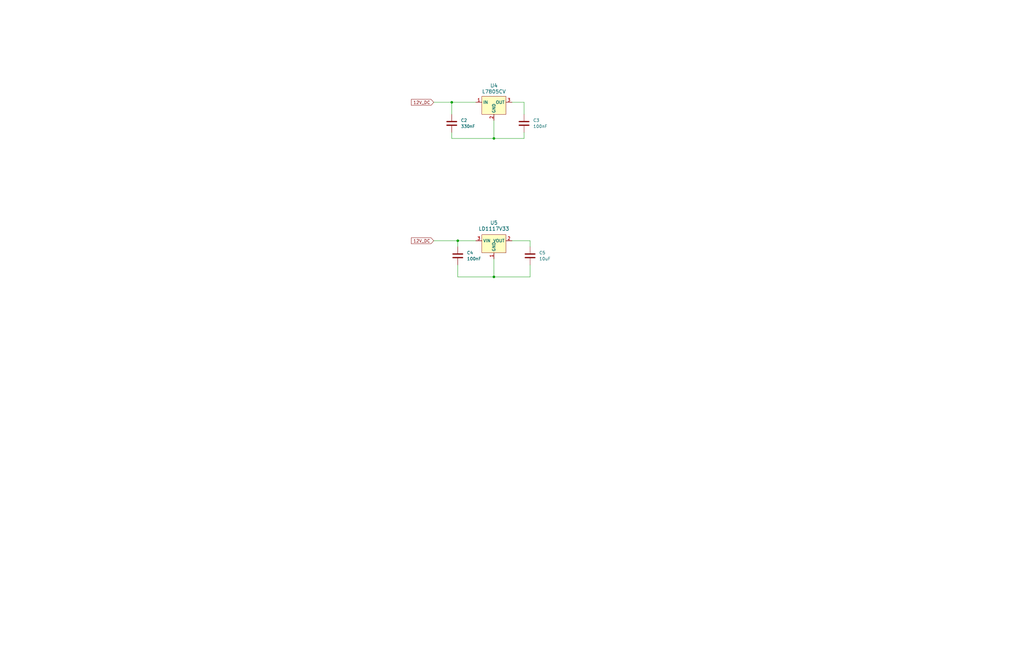
<source format=kicad_sch>
(kicad_sch (version 20231120) (generator "eeschema") (generator_version "8.0")
  (paper "B")
  (title_block (title "BATER-IA") (date "2024-11-03") (rev "001") (company "CETI") (comment 1 "Proyecto de titulacion") (comment 2 "Diseño Electronico y Sistemas Inteligentes"))
  (lib_symbols
    (symbol "Device:C" (pin_numbers hide) (pin_names (offset 0.254))
      (property "Reference" "C" (at 0.635 2.54 0))
      (property "Value" "C" (at 0.635 -2.54 0))
      (symbol "C_0_1"
        (polyline (pts (xy -2.032 -0.762) (xy 2.032 -0.762)) (stroke (width 0.508)))
        (polyline (pts (xy -2.032 0.762) (xy 2.032 0.762)) (stroke (width 0.508)))
      )
      (symbol "C_1_1"
        (pin passive line (at 0 3.81 270) (length 2.794) (name "~") (number "1"))
        (pin passive line (at 0 -3.81 90) (length 2.794) (name "~") (number "2"))
      )
    )
    (symbol "dk_PMIC-Voltage-Regulators-Linear:L7805CV"
      (property "Reference" "U" (at 0 3.81 0))
      (property "Value" "L7805CV" (at 0 6.35 0))
      (symbol "L7805CV_1_1"
        (rectangle (start -5.08 2.54) (end 5.08 -5.08) (fill (type background)))
        (pin power_in line (at -7.62 0 0) (length 2.54) (name "IN") (number "1"))
        (pin power_in line (at 0 -7.62 90) (length 2.54) (name "GND") (number "2"))
        (pin power_out line (at 7.62 0 180) (length 2.54) (name "OUT") (number "3"))
      )
    )
    (symbol "dk_PMIC-Voltage-Regulators-Linear:LD1117V33"
      (property "Reference" "U" (at 0 3.81 0))
      (property "Value" "LD1117V33" (at 0 6.35 0))
      (symbol "LD1117V33_1_1"
        (rectangle (start -5.08 2.54) (end 5.08 -5.08) (fill (type background)))
        (pin power_in line (at 0 -7.62 90) (length 2.54) (name "GND") (number "1"))
        (pin power_out line (at 7.62 0 180) (length 2.54) (name "VOUT") (number "2"))
        (pin power_in line (at -7.62 0 0) (length 2.54) (name "VIN") (number "3"))
      )
    )
  )
  (junction (at 208.28 116.84))
  (junction (at 208.28 58.42))
  (junction (at 190.5 43.18))
  (junction (at 193.04 101.6))
  (wire (pts (xy 182.88 101.6) (xy 193.04 101.6)))
  (wire (pts (xy 190.5 55.88) (xy 190.5 58.42)))
  (wire (pts (xy 208.28 116.84) (xy 193.04 116.84)))
  (wire (pts (xy 193.04 111.76) (xy 193.04 116.84)))
  (wire (pts (xy 208.28 58.42) (xy 220.98 58.42)))
  (wire (pts (xy 182.88 43.18) (xy 190.5 43.18)))
  (wire (pts (xy 220.98 43.18) (xy 220.98 48.26)))
  (wire (pts (xy 208.28 58.42) (xy 190.5 58.42)))
  (wire (pts (xy 208.28 50.8) (xy 208.28 58.42)))
  (wire (pts (xy 215.9 43.18) (xy 220.98 43.18)))
  (wire (pts (xy 223.52 101.6) (xy 223.52 104.14)))
  (wire (pts (xy 208.28 116.84) (xy 223.52 116.84)))
  (wire (pts (xy 190.5 43.18) (xy 200.66 43.18)))
  (wire (pts (xy 193.04 101.6) (xy 193.04 104.14)))
  (wire (pts (xy 193.04 101.6) (xy 200.66 101.6)))
  (wire (pts (xy 190.5 48.26) (xy 190.5 43.18)))
  (wire (pts (xy 208.28 109.22) (xy 208.28 116.84)))
  (wire (pts (xy 220.98 55.88) (xy 220.98 58.42)))
  (wire (pts (xy 223.52 111.76) (xy 223.52 116.84)))
  (wire (pts (xy 215.9 101.6) (xy 223.52 101.6)))
  (global_label "12V_DC" (shape input) (at 182.88 43.18 180) (property "Intersheetrefs" "${INTERSHEET_REFS}" (effects (hide yes))))
  (global_label "12V_DC" (shape input) (at 182.88 101.6 180) (property "Intersheetrefs" "${INTERSHEET_REFS}" (effects (hide yes))))
  (symbol (lib_id "Device:C") (at 223.52 107.95 0) (unit 1)
    (property "Reference" "C5" (at 227.33 106.6799 0) (effects (justify left)))
    (property "Value" "10uF" (at 227.33 109.2199 0) (effects (justify left)))
    (property "Footprint" "Capacitor_THT:CP_Radial_D8.0mm_P5.00mm" (effects (hide yes)))
    (property "Description" "Unpolarized capacitor" (effects (hide yes)))
  )
  (symbol (lib_id "dk_PMIC-Voltage-Regulators-Linear:L7805CV") (at 208.28 43.18 0) (unit 1)
    (property "Reference" "U4" (at 208.28 36.12 0) (effects (font (size 1.524 1.524))))
    (property "Value" "L7805CV" (at 208.28 38.66 0) (effects (font (size 1.524 1.524))))
    (property "Footprint" "digikey-footprints:TO-220-3" (effects (hide yes)))
    (property "Datasheet" "http://www.st.com/content/ccc/resource/technical/document/datasheet/41/4f/b3/b0/12/d4/47/88/CD00000444.pdf/files/CD00000444.pdf/jcr:content/translations/en.CD00000444.pdf" (effects (hide yes)))
    (property "Description" "IC REG LINEAR 5V 1.5A TO220AB" (effects (hide yes)))
    (property "Digi-Key_PN" "497-1443-5-ND" (effects (hide yes)))
    (property "MPN" "L7805CV" (effects (hide yes)))
    (property "Category" "Integrated Circuits (ICs)" (effects (hide yes)))
    (property "Family" "PMIC - Voltage Regulators - Linear" (effects (hide yes)))
    (property "DK_Datasheet_Link" "http://www.st.com/content/ccc/resource/technical/document/datasheet/41/4f/b3/b0/12/d4/47/88/CD00000444.pdf/files/CD00000444.pdf/jcr:content/translations/en.CD00000444.pdf" (effects (hide yes)))
    (property "DK_Detail_Page" "/product-detail/en/stmicroelectronics/L7805CV/497-1443-5-ND/585964" (effects (hide yes)))
    (property "Description_1" "IC REG LINEAR 5V 1.5A TO220AB" (effects (hide yes)))
    (property "Manufacturer" "STMicroelectronics" (effects (hide yes)))
    (property "Status" "Active" (effects (hide yes)))
  )
  (symbol (lib_id "dk_PMIC-Voltage-Regulators-Linear:LD1117V33") (at 208.28 101.6 0) (unit 1)
    (property "Reference" "U5" (at 208.28 94 0) (effects (font (size 1.524 1.524))))
    (property "Value" "LD1117V33" (at 208.28 96.54 0) (effects (font (size 1.524 1.524))))
    (property "Footprint" "digikey-footprints:TO-220-3" (effects (hide yes)))
    (property "Datasheet" "http://www.st.com/content/ccc/resource/technical/document/datasheet/99/3b/7d/91/91/51/4b/be/CD00000544.pdf/files/CD00000544.pdf/jcr:content/translations/en.CD00000544.pdf" (effects (hide yes)))
    (property "Description" "IC REG LINEAR 3.3V 800MA TO220AB" (effects (hide yes)))
    (property "Digi-Key_PN" "497-1491-5-ND" (effects (hide yes)))
    (property "MPN" "LD1117V33" (effects (hide yes)))
    (property "Category" "Integrated Circuits (ICs)" (effects (hide yes)))
    (property "Family" "PMIC - Voltage Regulators - Linear" (effects (hide yes)))
    (property "DK_Datasheet_Link" "http://www.st.com/content/ccc/resource/technical/document/datasheet/99/3b/7d/91/91/51/4b/be/CD00000544.pdf/files/CD00000544.pdf/jcr:content/translations/en.CD00000544.pdf" (effects (hide yes)))
    (property "DK_Detail_Page" "/product-detail/en/stmicroelectronics/LD1117V33/497-1491-5-ND/586012" (effects (hide yes)))
    (property "Description_1" "IC REG LINEAR 3.3V 800MA TO220AB" (effects (hide yes)))
    (property "Manufacturer" "STMicroelectronics" (effects (hide yes)))
    (property "Status" "Active" (effects (hide yes)))
  )
  (symbol (lib_id "Device:C") (at 193.04 107.95 0) (unit 1)
    (property "Reference" "C4" (at 196.85 106.6799 0) (effects (justify left)))
    (property "Value" "100nF" (at 196.85 109.2199 0) (effects (justify left)))
    (property "Footprint" "Capacitor_THT:C_Disc_D8.0mm_W5.0mm_P5.00mm" (effects (hide yes)))
    (property "Description" "Unpolarized capacitor" (effects (hide yes)))
  )
  (symbol (lib_id "Device:C") (at 190.5 52.07 0) (unit 1)
    (property "Reference" "C2" (at 194.31 50.7999 0) (effects (justify left)))
    (property "Value" "330nF" (at 194.31 53.3399 0) (effects (justify left)))
    (property "Footprint" "Capacitor_THT:C_Disc_D8.0mm_W5.0mm_P5.00mm" (effects (hide yes)))
    (property "Description" "Unpolarized capacitor" (effects (hide yes)))
  )
  (symbol (lib_id "Device:C") (at 220.98 52.07 0) (unit 1)
    (property "Reference" "C3" (at 224.79 50.7999 0) (effects (justify left)))
    (property "Value" "100nF" (at 224.79 53.3399 0) (effects (justify left)))
    (property "Footprint" "Capacitor_THT:C_Disc_D8.0mm_W5.0mm_P5.00mm" (effects (hide yes)))
    (property "Description" "Unpolarized capacitor" (effects (hide yes)))
  )
)
</source>
